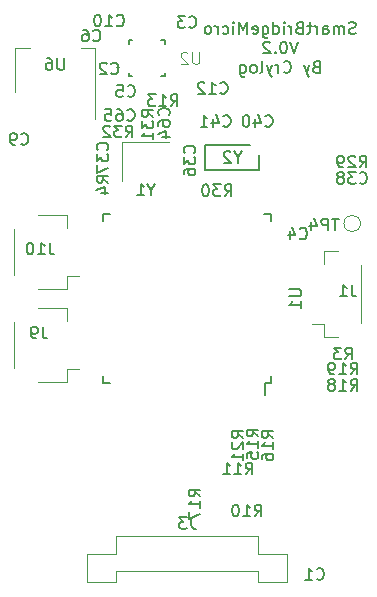
<source format=gbr>
G04 #@! TF.GenerationSoftware,KiCad,Pcbnew,(5.1.4)-1*
G04 #@! TF.CreationDate,2019-11-25T09:31:26+01:00*
G04 #@! TF.ProjectId,V3S_ESP32_Feather,5633535f-4553-4503-9332-5f4665617468,rev?*
G04 #@! TF.SameCoordinates,Original*
G04 #@! TF.FileFunction,Legend,Bot*
G04 #@! TF.FilePolarity,Positive*
%FSLAX46Y46*%
G04 Gerber Fmt 4.6, Leading zero omitted, Abs format (unit mm)*
G04 Created by KiCad (PCBNEW (5.1.4)-1) date 2019-11-25 09:31:26*
%MOMM*%
%LPD*%
G04 APERTURE LIST*
%ADD10C,0.150000*%
%ADD11C,0.120000*%
%ADD12C,0.127000*%
%ADD13C,0.200000*%
%ADD14C,0.050000*%
G04 APERTURE END LIST*
D10*
X52354952Y-21995761D02*
X52212095Y-22043380D01*
X51974000Y-22043380D01*
X51878761Y-21995761D01*
X51831142Y-21948142D01*
X51783523Y-21852904D01*
X51783523Y-21757666D01*
X51831142Y-21662428D01*
X51878761Y-21614809D01*
X51974000Y-21567190D01*
X52164476Y-21519571D01*
X52259714Y-21471952D01*
X52307333Y-21424333D01*
X52354952Y-21329095D01*
X52354952Y-21233857D01*
X52307333Y-21138619D01*
X52259714Y-21091000D01*
X52164476Y-21043380D01*
X51926380Y-21043380D01*
X51783523Y-21091000D01*
X51354952Y-22043380D02*
X51354952Y-21376714D01*
X51354952Y-21471952D02*
X51307333Y-21424333D01*
X51212095Y-21376714D01*
X51069238Y-21376714D01*
X50974000Y-21424333D01*
X50926380Y-21519571D01*
X50926380Y-22043380D01*
X50926380Y-21519571D02*
X50878761Y-21424333D01*
X50783523Y-21376714D01*
X50640666Y-21376714D01*
X50545428Y-21424333D01*
X50497809Y-21519571D01*
X50497809Y-22043380D01*
X49593047Y-22043380D02*
X49593047Y-21519571D01*
X49640666Y-21424333D01*
X49735904Y-21376714D01*
X49926380Y-21376714D01*
X50021619Y-21424333D01*
X49593047Y-21995761D02*
X49688285Y-22043380D01*
X49926380Y-22043380D01*
X50021619Y-21995761D01*
X50069238Y-21900523D01*
X50069238Y-21805285D01*
X50021619Y-21710047D01*
X49926380Y-21662428D01*
X49688285Y-21662428D01*
X49593047Y-21614809D01*
X49116857Y-22043380D02*
X49116857Y-21376714D01*
X49116857Y-21567190D02*
X49069238Y-21471952D01*
X49021619Y-21424333D01*
X48926380Y-21376714D01*
X48831142Y-21376714D01*
X48640666Y-21376714D02*
X48259714Y-21376714D01*
X48497809Y-21043380D02*
X48497809Y-21900523D01*
X48450190Y-21995761D01*
X48354952Y-22043380D01*
X48259714Y-22043380D01*
X47593047Y-21519571D02*
X47450190Y-21567190D01*
X47402571Y-21614809D01*
X47354952Y-21710047D01*
X47354952Y-21852904D01*
X47402571Y-21948142D01*
X47450190Y-21995761D01*
X47545428Y-22043380D01*
X47926380Y-22043380D01*
X47926380Y-21043380D01*
X47593047Y-21043380D01*
X47497809Y-21091000D01*
X47450190Y-21138619D01*
X47402571Y-21233857D01*
X47402571Y-21329095D01*
X47450190Y-21424333D01*
X47497809Y-21471952D01*
X47593047Y-21519571D01*
X47926380Y-21519571D01*
X46926380Y-22043380D02*
X46926380Y-21376714D01*
X46926380Y-21567190D02*
X46878761Y-21471952D01*
X46831142Y-21424333D01*
X46735904Y-21376714D01*
X46640666Y-21376714D01*
X46307333Y-22043380D02*
X46307333Y-21376714D01*
X46307333Y-21043380D02*
X46354952Y-21091000D01*
X46307333Y-21138619D01*
X46259714Y-21091000D01*
X46307333Y-21043380D01*
X46307333Y-21138619D01*
X45402571Y-22043380D02*
X45402571Y-21043380D01*
X45402571Y-21995761D02*
X45497809Y-22043380D01*
X45688285Y-22043380D01*
X45783523Y-21995761D01*
X45831142Y-21948142D01*
X45878761Y-21852904D01*
X45878761Y-21567190D01*
X45831142Y-21471952D01*
X45783523Y-21424333D01*
X45688285Y-21376714D01*
X45497809Y-21376714D01*
X45402571Y-21424333D01*
X44497809Y-21376714D02*
X44497809Y-22186238D01*
X44545428Y-22281476D01*
X44593047Y-22329095D01*
X44688285Y-22376714D01*
X44831142Y-22376714D01*
X44926380Y-22329095D01*
X44497809Y-21995761D02*
X44593047Y-22043380D01*
X44783523Y-22043380D01*
X44878761Y-21995761D01*
X44926380Y-21948142D01*
X44974000Y-21852904D01*
X44974000Y-21567190D01*
X44926380Y-21471952D01*
X44878761Y-21424333D01*
X44783523Y-21376714D01*
X44593047Y-21376714D01*
X44497809Y-21424333D01*
X43640666Y-21995761D02*
X43735904Y-22043380D01*
X43926380Y-22043380D01*
X44021619Y-21995761D01*
X44069238Y-21900523D01*
X44069238Y-21519571D01*
X44021619Y-21424333D01*
X43926380Y-21376714D01*
X43735904Y-21376714D01*
X43640666Y-21424333D01*
X43593047Y-21519571D01*
X43593047Y-21614809D01*
X44069238Y-21710047D01*
X43164476Y-22043380D02*
X43164476Y-21043380D01*
X42831142Y-21757666D01*
X42497809Y-21043380D01*
X42497809Y-22043380D01*
X42021619Y-22043380D02*
X42021619Y-21376714D01*
X42021619Y-21043380D02*
X42069238Y-21091000D01*
X42021619Y-21138619D01*
X41974000Y-21091000D01*
X42021619Y-21043380D01*
X42021619Y-21138619D01*
X41116857Y-21995761D02*
X41212095Y-22043380D01*
X41402571Y-22043380D01*
X41497809Y-21995761D01*
X41545428Y-21948142D01*
X41593047Y-21852904D01*
X41593047Y-21567190D01*
X41545428Y-21471952D01*
X41497809Y-21424333D01*
X41402571Y-21376714D01*
X41212095Y-21376714D01*
X41116857Y-21424333D01*
X40688285Y-22043380D02*
X40688285Y-21376714D01*
X40688285Y-21567190D02*
X40640666Y-21471952D01*
X40593047Y-21424333D01*
X40497809Y-21376714D01*
X40402571Y-21376714D01*
X39926380Y-22043380D02*
X40021619Y-21995761D01*
X40069238Y-21948142D01*
X40116857Y-21852904D01*
X40116857Y-21567190D01*
X40069238Y-21471952D01*
X40021619Y-21424333D01*
X39926380Y-21376714D01*
X39783523Y-21376714D01*
X39688285Y-21424333D01*
X39640666Y-21471952D01*
X39593047Y-21567190D01*
X39593047Y-21852904D01*
X39640666Y-21948142D01*
X39688285Y-21995761D01*
X39783523Y-22043380D01*
X39926380Y-22043380D01*
X47497809Y-22693380D02*
X47164476Y-23693380D01*
X46831142Y-22693380D01*
X46307333Y-22693380D02*
X46212095Y-22693380D01*
X46116857Y-22741000D01*
X46069238Y-22788619D01*
X46021619Y-22883857D01*
X45974000Y-23074333D01*
X45974000Y-23312428D01*
X46021619Y-23502904D01*
X46069238Y-23598142D01*
X46116857Y-23645761D01*
X46212095Y-23693380D01*
X46307333Y-23693380D01*
X46402571Y-23645761D01*
X46450190Y-23598142D01*
X46497809Y-23502904D01*
X46545428Y-23312428D01*
X46545428Y-23074333D01*
X46497809Y-22883857D01*
X46450190Y-22788619D01*
X46402571Y-22741000D01*
X46307333Y-22693380D01*
X45545428Y-23598142D02*
X45497809Y-23645761D01*
X45545428Y-23693380D01*
X45593047Y-23645761D01*
X45545428Y-23598142D01*
X45545428Y-23693380D01*
X45116857Y-22788619D02*
X45069238Y-22741000D01*
X44974000Y-22693380D01*
X44735904Y-22693380D01*
X44640666Y-22741000D01*
X44593047Y-22788619D01*
X44545428Y-22883857D01*
X44545428Y-22979095D01*
X44593047Y-23121952D01*
X45164476Y-23693380D01*
X44545428Y-23693380D01*
X49021619Y-24819571D02*
X48878761Y-24867190D01*
X48831142Y-24914809D01*
X48783523Y-25010047D01*
X48783523Y-25152904D01*
X48831142Y-25248142D01*
X48878761Y-25295761D01*
X48974000Y-25343380D01*
X49354952Y-25343380D01*
X49354952Y-24343380D01*
X49021619Y-24343380D01*
X48926380Y-24391000D01*
X48878761Y-24438619D01*
X48831142Y-24533857D01*
X48831142Y-24629095D01*
X48878761Y-24724333D01*
X48926380Y-24771952D01*
X49021619Y-24819571D01*
X49354952Y-24819571D01*
X48450190Y-24676714D02*
X48212095Y-25343380D01*
X47974000Y-24676714D02*
X48212095Y-25343380D01*
X48307333Y-25581476D01*
X48354952Y-25629095D01*
X48450190Y-25676714D01*
X46259714Y-25248142D02*
X46307333Y-25295761D01*
X46450190Y-25343380D01*
X46545428Y-25343380D01*
X46688285Y-25295761D01*
X46783523Y-25200523D01*
X46831142Y-25105285D01*
X46878761Y-24914809D01*
X46878761Y-24771952D01*
X46831142Y-24581476D01*
X46783523Y-24486238D01*
X46688285Y-24391000D01*
X46545428Y-24343380D01*
X46450190Y-24343380D01*
X46307333Y-24391000D01*
X46259714Y-24438619D01*
X45831142Y-25343380D02*
X45831142Y-24676714D01*
X45831142Y-24867190D02*
X45783523Y-24771952D01*
X45735904Y-24724333D01*
X45640666Y-24676714D01*
X45545428Y-24676714D01*
X45307333Y-24676714D02*
X45069238Y-25343380D01*
X44831142Y-24676714D02*
X45069238Y-25343380D01*
X45164476Y-25581476D01*
X45212095Y-25629095D01*
X45307333Y-25676714D01*
X44307333Y-25343380D02*
X44402571Y-25295761D01*
X44450190Y-25200523D01*
X44450190Y-24343380D01*
X43783523Y-25343380D02*
X43878761Y-25295761D01*
X43926380Y-25248142D01*
X43974000Y-25152904D01*
X43974000Y-24867190D01*
X43926380Y-24771952D01*
X43878761Y-24724333D01*
X43783523Y-24676714D01*
X43640666Y-24676714D01*
X43545428Y-24724333D01*
X43497809Y-24771952D01*
X43450190Y-24867190D01*
X43450190Y-25152904D01*
X43497809Y-25248142D01*
X43545428Y-25295761D01*
X43640666Y-25343380D01*
X43783523Y-25343380D01*
X42593047Y-24676714D02*
X42593047Y-25486238D01*
X42640666Y-25581476D01*
X42688285Y-25629095D01*
X42783523Y-25676714D01*
X42926380Y-25676714D01*
X43021619Y-25629095D01*
X42593047Y-25295761D02*
X42688285Y-25343380D01*
X42878761Y-25343380D01*
X42974000Y-25295761D01*
X43021619Y-25248142D01*
X43069238Y-25152904D01*
X43069238Y-24867190D01*
X43021619Y-24771952D01*
X42974000Y-24724333D01*
X42878761Y-24676714D01*
X42688285Y-24676714D01*
X42593047Y-24724333D01*
D11*
X52810000Y-46509000D02*
X52810000Y-41629000D01*
X49690000Y-40459000D02*
X49690000Y-41509000D01*
X50840000Y-40459000D02*
X49690000Y-40459000D01*
X49690000Y-46629000D02*
X48700000Y-46629000D01*
X49690000Y-47679000D02*
X49690000Y-46629000D01*
X50840000Y-47679000D02*
X49690000Y-47679000D01*
D12*
X33146000Y-25655000D02*
X33146000Y-25335000D01*
X33146000Y-22605000D02*
X33146000Y-22925000D01*
X36196000Y-25655000D02*
X36196000Y-25335000D01*
X36196000Y-22605000D02*
X36196000Y-22925000D01*
X33146000Y-25655000D02*
X33466000Y-25655000D01*
X33146000Y-22605000D02*
X33466000Y-22605000D01*
X36196000Y-25655000D02*
X35876000Y-25655000D01*
X36196000Y-22605000D02*
X35876000Y-22605000D01*
D13*
X32341000Y-24880000D02*
G75*
G03X32341000Y-24880000I-100000J0D01*
G01*
D11*
X23477000Y-42453000D02*
X23477000Y-38573000D01*
X27947000Y-37403000D02*
X27947000Y-38453000D01*
X25447000Y-37403000D02*
X27947000Y-37403000D01*
X27947000Y-42573000D02*
X28937000Y-42573000D01*
X27947000Y-43623000D02*
X27947000Y-42573000D01*
X25447000Y-43623000D02*
X27947000Y-43623000D01*
X23477000Y-50327000D02*
X23477000Y-46447000D01*
X27947000Y-45277000D02*
X27947000Y-46327000D01*
X25447000Y-45277000D02*
X27947000Y-45277000D01*
X27947000Y-50447000D02*
X28937000Y-50447000D01*
X27947000Y-51497000D02*
X27947000Y-50447000D01*
X25447000Y-51497000D02*
X27947000Y-51497000D01*
X44100000Y-64560000D02*
X32100000Y-64560000D01*
X44100000Y-67520000D02*
X32100000Y-67520000D01*
X44100000Y-67520000D02*
X44100000Y-68460000D01*
X32100000Y-67520000D02*
X32100000Y-68460000D01*
X44100000Y-68460000D02*
X46560000Y-68460000D01*
X32100000Y-68460000D02*
X29640000Y-68460000D01*
X46560000Y-68460000D02*
X46560000Y-66100000D01*
X29640000Y-68460000D02*
X29640000Y-66100000D01*
X46560000Y-66100000D02*
X44100000Y-66100000D01*
X29640000Y-66100000D02*
X32100000Y-66100000D01*
X44100000Y-66100000D02*
X44100000Y-64560000D01*
X32100000Y-66100000D02*
X32100000Y-64560000D01*
X30334000Y-29246000D02*
X30334000Y-23236000D01*
X23514000Y-26996000D02*
X23514000Y-23236000D01*
X30334000Y-23236000D02*
X29074000Y-23236000D01*
X23514000Y-23236000D02*
X24774000Y-23236000D01*
X52770000Y-38100000D02*
G75*
G03X52770000Y-38100000I-700000J0D01*
G01*
D10*
X45225000Y-51575000D02*
X44700000Y-51575000D01*
X45225000Y-37325000D02*
X44625000Y-37325000D01*
X30975000Y-37325000D02*
X31575000Y-37325000D01*
X30975000Y-51575000D02*
X31575000Y-51575000D01*
X45225000Y-51575000D02*
X45225000Y-50975000D01*
X30975000Y-51575000D02*
X30975000Y-50975000D01*
X30975000Y-37325000D02*
X30975000Y-37925000D01*
X45225000Y-37325000D02*
X45225000Y-37925000D01*
X44700000Y-51575000D02*
X44700000Y-52650000D01*
D11*
X32594800Y-34466800D02*
X32594800Y-31166800D01*
X32594800Y-31166800D02*
X36594800Y-31166800D01*
D10*
X43410000Y-31462000D02*
X39610000Y-31462000D01*
X39610000Y-31462000D02*
X39610000Y-33562000D01*
X39610000Y-33562000D02*
X44210000Y-33562000D01*
X44210000Y-33562000D02*
X44210000Y-32262000D01*
X39221380Y-61206142D02*
X38745190Y-60872809D01*
X39221380Y-60634714D02*
X38221380Y-60634714D01*
X38221380Y-61015666D01*
X38269000Y-61110904D01*
X38316619Y-61158523D01*
X38411857Y-61206142D01*
X38554714Y-61206142D01*
X38649952Y-61158523D01*
X38697571Y-61110904D01*
X38745190Y-61015666D01*
X38745190Y-60634714D01*
X39221380Y-62158523D02*
X39221380Y-61587095D01*
X39221380Y-61872809D02*
X38221380Y-61872809D01*
X38364238Y-61777571D01*
X38459476Y-61682333D01*
X38507095Y-61587095D01*
X38221380Y-62491857D02*
X38221380Y-63158523D01*
X39221380Y-62729952D01*
X52022333Y-43267380D02*
X52022333Y-43981666D01*
X52069952Y-44124523D01*
X52165190Y-44219761D01*
X52308047Y-44267380D01*
X52403285Y-44267380D01*
X51022333Y-44267380D02*
X51593761Y-44267380D01*
X51308047Y-44267380D02*
X51308047Y-43267380D01*
X51403285Y-43410238D01*
X51498523Y-43505476D01*
X51593761Y-43553095D01*
D14*
X39115904Y-23582380D02*
X39115904Y-24391904D01*
X39068285Y-24487142D01*
X39020666Y-24534761D01*
X38925428Y-24582380D01*
X38734952Y-24582380D01*
X38639714Y-24534761D01*
X38592095Y-24487142D01*
X38544476Y-24391904D01*
X38544476Y-23582380D01*
X38115904Y-23677619D02*
X38068285Y-23630000D01*
X37973047Y-23582380D01*
X37734952Y-23582380D01*
X37639714Y-23630000D01*
X37592095Y-23677619D01*
X37544476Y-23772857D01*
X37544476Y-23868095D01*
X37592095Y-24010952D01*
X38163523Y-24582380D01*
X37544476Y-24582380D01*
D10*
X31662666Y-25376142D02*
X31710285Y-25423761D01*
X31853142Y-25471380D01*
X31948380Y-25471380D01*
X32091238Y-25423761D01*
X32186476Y-25328523D01*
X32234095Y-25233285D01*
X32281714Y-25042809D01*
X32281714Y-24899952D01*
X32234095Y-24709476D01*
X32186476Y-24614238D01*
X32091238Y-24519000D01*
X31948380Y-24471380D01*
X31853142Y-24471380D01*
X31710285Y-24519000D01*
X31662666Y-24566619D01*
X31281714Y-24566619D02*
X31234095Y-24519000D01*
X31138857Y-24471380D01*
X30900761Y-24471380D01*
X30805523Y-24519000D01*
X30757904Y-24566619D01*
X30710285Y-24661857D01*
X30710285Y-24757095D01*
X30757904Y-24899952D01*
X31329333Y-25471380D01*
X30710285Y-25471380D01*
X26463523Y-39711380D02*
X26463523Y-40425666D01*
X26511142Y-40568523D01*
X26606380Y-40663761D01*
X26749238Y-40711380D01*
X26844476Y-40711380D01*
X25463523Y-40711380D02*
X26034952Y-40711380D01*
X25749238Y-40711380D02*
X25749238Y-39711380D01*
X25844476Y-39854238D01*
X25939714Y-39949476D01*
X26034952Y-39997095D01*
X24844476Y-39711380D02*
X24749238Y-39711380D01*
X24654000Y-39759000D01*
X24606380Y-39806619D01*
X24558761Y-39901857D01*
X24511142Y-40092333D01*
X24511142Y-40330428D01*
X24558761Y-40520904D01*
X24606380Y-40616142D01*
X24654000Y-40663761D01*
X24749238Y-40711380D01*
X24844476Y-40711380D01*
X24939714Y-40663761D01*
X24987333Y-40616142D01*
X25034952Y-40520904D01*
X25082571Y-40330428D01*
X25082571Y-40092333D01*
X25034952Y-39901857D01*
X24987333Y-39806619D01*
X24939714Y-39759000D01*
X24844476Y-39711380D01*
X25860333Y-46823380D02*
X25860333Y-47537666D01*
X25907952Y-47680523D01*
X26003190Y-47775761D01*
X26146047Y-47823380D01*
X26241285Y-47823380D01*
X25336523Y-47823380D02*
X25146047Y-47823380D01*
X25050809Y-47775761D01*
X25003190Y-47728142D01*
X24907952Y-47585285D01*
X24860333Y-47394809D01*
X24860333Y-47013857D01*
X24907952Y-46918619D01*
X24955571Y-46871000D01*
X25050809Y-46823380D01*
X25241285Y-46823380D01*
X25336523Y-46871000D01*
X25384142Y-46918619D01*
X25431761Y-47013857D01*
X25431761Y-47251952D01*
X25384142Y-47347190D01*
X25336523Y-47394809D01*
X25241285Y-47442428D01*
X25050809Y-47442428D01*
X24955571Y-47394809D01*
X24907952Y-47347190D01*
X24860333Y-47251952D01*
X38433333Y-62952380D02*
X38433333Y-63666666D01*
X38480952Y-63809523D01*
X38576190Y-63904761D01*
X38719047Y-63952380D01*
X38814285Y-63952380D01*
X38052380Y-62952380D02*
X37433333Y-62952380D01*
X37766666Y-63333333D01*
X37623809Y-63333333D01*
X37528571Y-63380952D01*
X37480952Y-63428571D01*
X37433333Y-63523809D01*
X37433333Y-63761904D01*
X37480952Y-63857142D01*
X37528571Y-63904761D01*
X37623809Y-63952380D01*
X37909523Y-63952380D01*
X38004761Y-63904761D01*
X38052380Y-63857142D01*
X33027857Y-29313142D02*
X33075476Y-29360761D01*
X33218333Y-29408380D01*
X33313571Y-29408380D01*
X33456428Y-29360761D01*
X33551666Y-29265523D01*
X33599285Y-29170285D01*
X33646904Y-28979809D01*
X33646904Y-28836952D01*
X33599285Y-28646476D01*
X33551666Y-28551238D01*
X33456428Y-28456000D01*
X33313571Y-28408380D01*
X33218333Y-28408380D01*
X33075476Y-28456000D01*
X33027857Y-28503619D01*
X32170714Y-28408380D02*
X32361190Y-28408380D01*
X32456428Y-28456000D01*
X32504047Y-28503619D01*
X32599285Y-28646476D01*
X32646904Y-28836952D01*
X32646904Y-29217904D01*
X32599285Y-29313142D01*
X32551666Y-29360761D01*
X32456428Y-29408380D01*
X32265952Y-29408380D01*
X32170714Y-29360761D01*
X32123095Y-29313142D01*
X32075476Y-29217904D01*
X32075476Y-28979809D01*
X32123095Y-28884571D01*
X32170714Y-28836952D01*
X32265952Y-28789333D01*
X32456428Y-28789333D01*
X32551666Y-28836952D01*
X32599285Y-28884571D01*
X32646904Y-28979809D01*
X31170714Y-28408380D02*
X31646904Y-28408380D01*
X31694523Y-28884571D01*
X31646904Y-28836952D01*
X31551666Y-28789333D01*
X31313571Y-28789333D01*
X31218333Y-28836952D01*
X31170714Y-28884571D01*
X31123095Y-28979809D01*
X31123095Y-29217904D01*
X31170714Y-29313142D01*
X31218333Y-29360761D01*
X31313571Y-29408380D01*
X31551666Y-29408380D01*
X31646904Y-29360761D01*
X31694523Y-29313142D01*
X36552142Y-28948142D02*
X36599761Y-28900523D01*
X36647380Y-28757666D01*
X36647380Y-28662428D01*
X36599761Y-28519571D01*
X36504523Y-28424333D01*
X36409285Y-28376714D01*
X36218809Y-28329095D01*
X36075952Y-28329095D01*
X35885476Y-28376714D01*
X35790238Y-28424333D01*
X35695000Y-28519571D01*
X35647380Y-28662428D01*
X35647380Y-28757666D01*
X35695000Y-28900523D01*
X35742619Y-28948142D01*
X35647380Y-29805285D02*
X35647380Y-29614809D01*
X35695000Y-29519571D01*
X35742619Y-29471952D01*
X35885476Y-29376714D01*
X36075952Y-29329095D01*
X36456904Y-29329095D01*
X36552142Y-29376714D01*
X36599761Y-29424333D01*
X36647380Y-29519571D01*
X36647380Y-29710047D01*
X36599761Y-29805285D01*
X36552142Y-29852904D01*
X36456904Y-29900523D01*
X36218809Y-29900523D01*
X36123571Y-29852904D01*
X36075952Y-29805285D01*
X36028333Y-29710047D01*
X36028333Y-29519571D01*
X36075952Y-29424333D01*
X36123571Y-29376714D01*
X36218809Y-29329095D01*
X35980714Y-30757666D02*
X36647380Y-30757666D01*
X35599761Y-30519571D02*
X36314047Y-30281476D01*
X36314047Y-30900523D01*
X24042666Y-31345142D02*
X24090285Y-31392761D01*
X24233142Y-31440380D01*
X24328380Y-31440380D01*
X24471238Y-31392761D01*
X24566476Y-31297523D01*
X24614095Y-31202285D01*
X24661714Y-31011809D01*
X24661714Y-30868952D01*
X24614095Y-30678476D01*
X24566476Y-30583238D01*
X24471238Y-30488000D01*
X24328380Y-30440380D01*
X24233142Y-30440380D01*
X24090285Y-30488000D01*
X24042666Y-30535619D01*
X23566476Y-31440380D02*
X23376000Y-31440380D01*
X23280761Y-31392761D01*
X23233142Y-31345142D01*
X23137904Y-31202285D01*
X23090285Y-31011809D01*
X23090285Y-30630857D01*
X23137904Y-30535619D01*
X23185523Y-30488000D01*
X23280761Y-30440380D01*
X23471238Y-30440380D01*
X23566476Y-30488000D01*
X23614095Y-30535619D01*
X23661714Y-30630857D01*
X23661714Y-30868952D01*
X23614095Y-30964190D01*
X23566476Y-31011809D01*
X23471238Y-31059428D01*
X23280761Y-31059428D01*
X23185523Y-31011809D01*
X23137904Y-30964190D01*
X23090285Y-30868952D01*
X33059666Y-27281142D02*
X33107285Y-27328761D01*
X33250142Y-27376380D01*
X33345380Y-27376380D01*
X33488238Y-27328761D01*
X33583476Y-27233523D01*
X33631095Y-27138285D01*
X33678714Y-26947809D01*
X33678714Y-26804952D01*
X33631095Y-26614476D01*
X33583476Y-26519238D01*
X33488238Y-26424000D01*
X33345380Y-26376380D01*
X33250142Y-26376380D01*
X33107285Y-26424000D01*
X33059666Y-26471619D01*
X32154904Y-26376380D02*
X32631095Y-26376380D01*
X32678714Y-26852571D01*
X32631095Y-26804952D01*
X32535857Y-26757333D01*
X32297761Y-26757333D01*
X32202523Y-26804952D01*
X32154904Y-26852571D01*
X32107285Y-26947809D01*
X32107285Y-27185904D01*
X32154904Y-27281142D01*
X32202523Y-27328761D01*
X32297761Y-27376380D01*
X32535857Y-27376380D01*
X32631095Y-27328761D01*
X32678714Y-27281142D01*
X49061666Y-68175142D02*
X49109285Y-68222761D01*
X49252142Y-68270380D01*
X49347380Y-68270380D01*
X49490238Y-68222761D01*
X49585476Y-68127523D01*
X49633095Y-68032285D01*
X49680714Y-67841809D01*
X49680714Y-67698952D01*
X49633095Y-67508476D01*
X49585476Y-67413238D01*
X49490238Y-67318000D01*
X49347380Y-67270380D01*
X49252142Y-67270380D01*
X49109285Y-67318000D01*
X49061666Y-67365619D01*
X48109285Y-68270380D02*
X48680714Y-68270380D01*
X48395000Y-68270380D02*
X48395000Y-67270380D01*
X48490238Y-67413238D01*
X48585476Y-67508476D01*
X48680714Y-67556095D01*
X27685904Y-24090380D02*
X27685904Y-24899904D01*
X27638285Y-24995142D01*
X27590666Y-25042761D01*
X27495428Y-25090380D01*
X27304952Y-25090380D01*
X27209714Y-25042761D01*
X27162095Y-24995142D01*
X27114476Y-24899904D01*
X27114476Y-24090380D01*
X26209714Y-24090380D02*
X26400190Y-24090380D01*
X26495428Y-24138000D01*
X26543047Y-24185619D01*
X26638285Y-24328476D01*
X26685904Y-24518952D01*
X26685904Y-24899904D01*
X26638285Y-24995142D01*
X26590666Y-25042761D01*
X26495428Y-25090380D01*
X26304952Y-25090380D01*
X26209714Y-25042761D01*
X26162095Y-24995142D01*
X26114476Y-24899904D01*
X26114476Y-24661809D01*
X26162095Y-24566571D01*
X26209714Y-24518952D01*
X26304952Y-24471333D01*
X26495428Y-24471333D01*
X26590666Y-24518952D01*
X26638285Y-24566571D01*
X26685904Y-24661809D01*
X50918904Y-37679380D02*
X50347476Y-37679380D01*
X50633190Y-38679380D02*
X50633190Y-37679380D01*
X50014142Y-38679380D02*
X50014142Y-37679380D01*
X49633190Y-37679380D01*
X49537952Y-37727000D01*
X49490333Y-37774619D01*
X49442714Y-37869857D01*
X49442714Y-38012714D01*
X49490333Y-38107952D01*
X49537952Y-38155571D01*
X49633190Y-38203190D01*
X50014142Y-38203190D01*
X48585571Y-38012714D02*
X48585571Y-38679380D01*
X48823666Y-37631761D02*
X49061761Y-38346047D01*
X48442714Y-38346047D01*
X32138857Y-21312142D02*
X32186476Y-21359761D01*
X32329333Y-21407380D01*
X32424571Y-21407380D01*
X32567428Y-21359761D01*
X32662666Y-21264523D01*
X32710285Y-21169285D01*
X32757904Y-20978809D01*
X32757904Y-20835952D01*
X32710285Y-20645476D01*
X32662666Y-20550238D01*
X32567428Y-20455000D01*
X32424571Y-20407380D01*
X32329333Y-20407380D01*
X32186476Y-20455000D01*
X32138857Y-20502619D01*
X31186476Y-21407380D02*
X31757904Y-21407380D01*
X31472190Y-21407380D02*
X31472190Y-20407380D01*
X31567428Y-20550238D01*
X31662666Y-20645476D01*
X31757904Y-20693095D01*
X30567428Y-20407380D02*
X30472190Y-20407380D01*
X30376952Y-20455000D01*
X30329333Y-20502619D01*
X30281714Y-20597857D01*
X30234095Y-20788333D01*
X30234095Y-21026428D01*
X30281714Y-21216904D01*
X30329333Y-21312142D01*
X30376952Y-21359761D01*
X30472190Y-21407380D01*
X30567428Y-21407380D01*
X30662666Y-21359761D01*
X30710285Y-21312142D01*
X30757904Y-21216904D01*
X30805523Y-21026428D01*
X30805523Y-20788333D01*
X30757904Y-20597857D01*
X30710285Y-20502619D01*
X30662666Y-20455000D01*
X30567428Y-20407380D01*
X30138666Y-22582142D02*
X30186285Y-22629761D01*
X30329142Y-22677380D01*
X30424380Y-22677380D01*
X30567238Y-22629761D01*
X30662476Y-22534523D01*
X30710095Y-22439285D01*
X30757714Y-22248809D01*
X30757714Y-22105952D01*
X30710095Y-21915476D01*
X30662476Y-21820238D01*
X30567238Y-21725000D01*
X30424380Y-21677380D01*
X30329142Y-21677380D01*
X30186285Y-21725000D01*
X30138666Y-21772619D01*
X29281523Y-21677380D02*
X29472000Y-21677380D01*
X29567238Y-21725000D01*
X29614857Y-21772619D01*
X29710095Y-21915476D01*
X29757714Y-22105952D01*
X29757714Y-22486904D01*
X29710095Y-22582142D01*
X29662476Y-22629761D01*
X29567238Y-22677380D01*
X29376761Y-22677380D01*
X29281523Y-22629761D01*
X29233904Y-22582142D01*
X29186285Y-22486904D01*
X29186285Y-22248809D01*
X29233904Y-22153571D01*
X29281523Y-22105952D01*
X29376761Y-22058333D01*
X29567238Y-22058333D01*
X29662476Y-22105952D01*
X29710095Y-22153571D01*
X29757714Y-22248809D01*
X38266666Y-21439142D02*
X38314285Y-21486761D01*
X38457142Y-21534380D01*
X38552380Y-21534380D01*
X38695238Y-21486761D01*
X38790476Y-21391523D01*
X38838095Y-21296285D01*
X38885714Y-21105809D01*
X38885714Y-20962952D01*
X38838095Y-20772476D01*
X38790476Y-20677238D01*
X38695238Y-20582000D01*
X38552380Y-20534380D01*
X38457142Y-20534380D01*
X38314285Y-20582000D01*
X38266666Y-20629619D01*
X37933333Y-20534380D02*
X37314285Y-20534380D01*
X37647619Y-20915333D01*
X37504761Y-20915333D01*
X37409523Y-20962952D01*
X37361904Y-21010571D01*
X37314285Y-21105809D01*
X37314285Y-21343904D01*
X37361904Y-21439142D01*
X37409523Y-21486761D01*
X37504761Y-21534380D01*
X37790476Y-21534380D01*
X37885714Y-21486761D01*
X37933333Y-21439142D01*
X51474666Y-49601380D02*
X51808000Y-49125190D01*
X52046095Y-49601380D02*
X52046095Y-48601380D01*
X51665142Y-48601380D01*
X51569904Y-48649000D01*
X51522285Y-48696619D01*
X51474666Y-48791857D01*
X51474666Y-48934714D01*
X51522285Y-49029952D01*
X51569904Y-49077571D01*
X51665142Y-49125190D01*
X52046095Y-49125190D01*
X51141333Y-48601380D02*
X50522285Y-48601380D01*
X50855619Y-48982333D01*
X50712761Y-48982333D01*
X50617523Y-49029952D01*
X50569904Y-49077571D01*
X50522285Y-49172809D01*
X50522285Y-49410904D01*
X50569904Y-49506142D01*
X50617523Y-49553761D01*
X50712761Y-49601380D01*
X50998476Y-49601380D01*
X51093714Y-49553761D01*
X51141333Y-49506142D01*
X40901857Y-27027142D02*
X40949476Y-27074761D01*
X41092333Y-27122380D01*
X41187571Y-27122380D01*
X41330428Y-27074761D01*
X41425666Y-26979523D01*
X41473285Y-26884285D01*
X41520904Y-26693809D01*
X41520904Y-26550952D01*
X41473285Y-26360476D01*
X41425666Y-26265238D01*
X41330428Y-26170000D01*
X41187571Y-26122380D01*
X41092333Y-26122380D01*
X40949476Y-26170000D01*
X40901857Y-26217619D01*
X39949476Y-27122380D02*
X40520904Y-27122380D01*
X40235190Y-27122380D02*
X40235190Y-26122380D01*
X40330428Y-26265238D01*
X40425666Y-26360476D01*
X40520904Y-26408095D01*
X39568523Y-26217619D02*
X39520904Y-26170000D01*
X39425666Y-26122380D01*
X39187571Y-26122380D01*
X39092333Y-26170000D01*
X39044714Y-26217619D01*
X38997095Y-26312857D01*
X38997095Y-26408095D01*
X39044714Y-26550952D01*
X39616142Y-27122380D01*
X38997095Y-27122380D01*
X36710857Y-28172380D02*
X37044190Y-27696190D01*
X37282285Y-28172380D02*
X37282285Y-27172380D01*
X36901333Y-27172380D01*
X36806095Y-27220000D01*
X36758476Y-27267619D01*
X36710857Y-27362857D01*
X36710857Y-27505714D01*
X36758476Y-27600952D01*
X36806095Y-27648571D01*
X36901333Y-27696190D01*
X37282285Y-27696190D01*
X35758476Y-28172380D02*
X36329904Y-28172380D01*
X36044190Y-28172380D02*
X36044190Y-27172380D01*
X36139428Y-27315238D01*
X36234666Y-27410476D01*
X36329904Y-27458095D01*
X35425142Y-27172380D02*
X34806095Y-27172380D01*
X35139428Y-27553333D01*
X34996571Y-27553333D01*
X34901333Y-27600952D01*
X34853714Y-27648571D01*
X34806095Y-27743809D01*
X34806095Y-27981904D01*
X34853714Y-28077142D01*
X34901333Y-28124761D01*
X34996571Y-28172380D01*
X35282285Y-28172380D01*
X35377523Y-28124761D01*
X35425142Y-28077142D01*
X47628666Y-39346142D02*
X47676285Y-39393761D01*
X47819142Y-39441380D01*
X47914380Y-39441380D01*
X48057238Y-39393761D01*
X48152476Y-39298523D01*
X48200095Y-39203285D01*
X48247714Y-39012809D01*
X48247714Y-38869952D01*
X48200095Y-38679476D01*
X48152476Y-38584238D01*
X48057238Y-38489000D01*
X47914380Y-38441380D01*
X47819142Y-38441380D01*
X47676285Y-38489000D01*
X47628666Y-38536619D01*
X46771523Y-38774714D02*
X46771523Y-39441380D01*
X47009619Y-38393761D02*
X47247714Y-39108047D01*
X46628666Y-39108047D01*
X38711142Y-32123142D02*
X38758761Y-32075523D01*
X38806380Y-31932666D01*
X38806380Y-31837428D01*
X38758761Y-31694571D01*
X38663523Y-31599333D01*
X38568285Y-31551714D01*
X38377809Y-31504095D01*
X38234952Y-31504095D01*
X38044476Y-31551714D01*
X37949238Y-31599333D01*
X37854000Y-31694571D01*
X37806380Y-31837428D01*
X37806380Y-31932666D01*
X37854000Y-32075523D01*
X37901619Y-32123142D01*
X37806380Y-32456476D02*
X37806380Y-33075523D01*
X38187333Y-32742190D01*
X38187333Y-32885047D01*
X38234952Y-32980285D01*
X38282571Y-33027904D01*
X38377809Y-33075523D01*
X38615904Y-33075523D01*
X38711142Y-33027904D01*
X38758761Y-32980285D01*
X38806380Y-32885047D01*
X38806380Y-32599333D01*
X38758761Y-32504095D01*
X38711142Y-32456476D01*
X37806380Y-33932666D02*
X37806380Y-33742190D01*
X37854000Y-33646952D01*
X37901619Y-33599333D01*
X38044476Y-33504095D01*
X38234952Y-33456476D01*
X38615904Y-33456476D01*
X38711142Y-33504095D01*
X38758761Y-33551714D01*
X38806380Y-33646952D01*
X38806380Y-33837428D01*
X38758761Y-33932666D01*
X38711142Y-33980285D01*
X38615904Y-34027904D01*
X38377809Y-34027904D01*
X38282571Y-33980285D01*
X38234952Y-33932666D01*
X38187333Y-33837428D01*
X38187333Y-33646952D01*
X38234952Y-33551714D01*
X38282571Y-33504095D01*
X38377809Y-33456476D01*
X31345142Y-31869142D02*
X31392761Y-31821523D01*
X31440380Y-31678666D01*
X31440380Y-31583428D01*
X31392761Y-31440571D01*
X31297523Y-31345333D01*
X31202285Y-31297714D01*
X31011809Y-31250095D01*
X30868952Y-31250095D01*
X30678476Y-31297714D01*
X30583238Y-31345333D01*
X30488000Y-31440571D01*
X30440380Y-31583428D01*
X30440380Y-31678666D01*
X30488000Y-31821523D01*
X30535619Y-31869142D01*
X30440380Y-32202476D02*
X30440380Y-32821523D01*
X30821333Y-32488190D01*
X30821333Y-32631047D01*
X30868952Y-32726285D01*
X30916571Y-32773904D01*
X31011809Y-32821523D01*
X31249904Y-32821523D01*
X31345142Y-32773904D01*
X31392761Y-32726285D01*
X31440380Y-32631047D01*
X31440380Y-32345333D01*
X31392761Y-32250095D01*
X31345142Y-32202476D01*
X30440380Y-33154857D02*
X30440380Y-33821523D01*
X31440380Y-33392952D01*
X52712857Y-34647142D02*
X52760476Y-34694761D01*
X52903333Y-34742380D01*
X52998571Y-34742380D01*
X53141428Y-34694761D01*
X53236666Y-34599523D01*
X53284285Y-34504285D01*
X53331904Y-34313809D01*
X53331904Y-34170952D01*
X53284285Y-33980476D01*
X53236666Y-33885238D01*
X53141428Y-33790000D01*
X52998571Y-33742380D01*
X52903333Y-33742380D01*
X52760476Y-33790000D01*
X52712857Y-33837619D01*
X52379523Y-33742380D02*
X51760476Y-33742380D01*
X52093809Y-34123333D01*
X51950952Y-34123333D01*
X51855714Y-34170952D01*
X51808095Y-34218571D01*
X51760476Y-34313809D01*
X51760476Y-34551904D01*
X51808095Y-34647142D01*
X51855714Y-34694761D01*
X51950952Y-34742380D01*
X52236666Y-34742380D01*
X52331904Y-34694761D01*
X52379523Y-34647142D01*
X51189047Y-34170952D02*
X51284285Y-34123333D01*
X51331904Y-34075714D01*
X51379523Y-33980476D01*
X51379523Y-33932857D01*
X51331904Y-33837619D01*
X51284285Y-33790000D01*
X51189047Y-33742380D01*
X50998571Y-33742380D01*
X50903333Y-33790000D01*
X50855714Y-33837619D01*
X50808095Y-33932857D01*
X50808095Y-33980476D01*
X50855714Y-34075714D01*
X50903333Y-34123333D01*
X50998571Y-34170952D01*
X51189047Y-34170952D01*
X51284285Y-34218571D01*
X51331904Y-34266190D01*
X51379523Y-34361428D01*
X51379523Y-34551904D01*
X51331904Y-34647142D01*
X51284285Y-34694761D01*
X51189047Y-34742380D01*
X50998571Y-34742380D01*
X50903333Y-34694761D01*
X50855714Y-34647142D01*
X50808095Y-34551904D01*
X50808095Y-34361428D01*
X50855714Y-34266190D01*
X50903333Y-34218571D01*
X50998571Y-34170952D01*
X44711857Y-29821142D02*
X44759476Y-29868761D01*
X44902333Y-29916380D01*
X44997571Y-29916380D01*
X45140428Y-29868761D01*
X45235666Y-29773523D01*
X45283285Y-29678285D01*
X45330904Y-29487809D01*
X45330904Y-29344952D01*
X45283285Y-29154476D01*
X45235666Y-29059238D01*
X45140428Y-28964000D01*
X44997571Y-28916380D01*
X44902333Y-28916380D01*
X44759476Y-28964000D01*
X44711857Y-29011619D01*
X43854714Y-29249714D02*
X43854714Y-29916380D01*
X44092809Y-28868761D02*
X44330904Y-29583047D01*
X43711857Y-29583047D01*
X43140428Y-28916380D02*
X43045190Y-28916380D01*
X42949952Y-28964000D01*
X42902333Y-29011619D01*
X42854714Y-29106857D01*
X42807095Y-29297333D01*
X42807095Y-29535428D01*
X42854714Y-29725904D01*
X42902333Y-29821142D01*
X42949952Y-29868761D01*
X43045190Y-29916380D01*
X43140428Y-29916380D01*
X43235666Y-29868761D01*
X43283285Y-29821142D01*
X43330904Y-29725904D01*
X43378523Y-29535428D01*
X43378523Y-29297333D01*
X43330904Y-29106857D01*
X43283285Y-29011619D01*
X43235666Y-28964000D01*
X43140428Y-28916380D01*
X41155857Y-29821142D02*
X41203476Y-29868761D01*
X41346333Y-29916380D01*
X41441571Y-29916380D01*
X41584428Y-29868761D01*
X41679666Y-29773523D01*
X41727285Y-29678285D01*
X41774904Y-29487809D01*
X41774904Y-29344952D01*
X41727285Y-29154476D01*
X41679666Y-29059238D01*
X41584428Y-28964000D01*
X41441571Y-28916380D01*
X41346333Y-28916380D01*
X41203476Y-28964000D01*
X41155857Y-29011619D01*
X40298714Y-29249714D02*
X40298714Y-29916380D01*
X40536809Y-28868761D02*
X40774904Y-29583047D01*
X40155857Y-29583047D01*
X39251095Y-29916380D02*
X39822523Y-29916380D01*
X39536809Y-29916380D02*
X39536809Y-28916380D01*
X39632047Y-29059238D01*
X39727285Y-29154476D01*
X39822523Y-29202095D01*
X31440380Y-34631333D02*
X30964190Y-34298000D01*
X31440380Y-34059904D02*
X30440380Y-34059904D01*
X30440380Y-34440857D01*
X30488000Y-34536095D01*
X30535619Y-34583714D01*
X30630857Y-34631333D01*
X30773714Y-34631333D01*
X30868952Y-34583714D01*
X30916571Y-34536095D01*
X30964190Y-34440857D01*
X30964190Y-34059904D01*
X30773714Y-35488476D02*
X31440380Y-35488476D01*
X30392761Y-35250380D02*
X31107047Y-35012285D01*
X31107047Y-35631333D01*
X43822857Y-62902380D02*
X44156190Y-62426190D01*
X44394285Y-62902380D02*
X44394285Y-61902380D01*
X44013333Y-61902380D01*
X43918095Y-61950000D01*
X43870476Y-61997619D01*
X43822857Y-62092857D01*
X43822857Y-62235714D01*
X43870476Y-62330952D01*
X43918095Y-62378571D01*
X44013333Y-62426190D01*
X44394285Y-62426190D01*
X42870476Y-62902380D02*
X43441904Y-62902380D01*
X43156190Y-62902380D02*
X43156190Y-61902380D01*
X43251428Y-62045238D01*
X43346666Y-62140476D01*
X43441904Y-62188095D01*
X42251428Y-61902380D02*
X42156190Y-61902380D01*
X42060952Y-61950000D01*
X42013333Y-61997619D01*
X41965714Y-62092857D01*
X41918095Y-62283333D01*
X41918095Y-62521428D01*
X41965714Y-62711904D01*
X42013333Y-62807142D01*
X42060952Y-62854761D01*
X42156190Y-62902380D01*
X42251428Y-62902380D01*
X42346666Y-62854761D01*
X42394285Y-62807142D01*
X42441904Y-62711904D01*
X42489523Y-62521428D01*
X42489523Y-62283333D01*
X42441904Y-62092857D01*
X42394285Y-61997619D01*
X42346666Y-61950000D01*
X42251428Y-61902380D01*
X43060857Y-59346380D02*
X43394190Y-58870190D01*
X43632285Y-59346380D02*
X43632285Y-58346380D01*
X43251333Y-58346380D01*
X43156095Y-58394000D01*
X43108476Y-58441619D01*
X43060857Y-58536857D01*
X43060857Y-58679714D01*
X43108476Y-58774952D01*
X43156095Y-58822571D01*
X43251333Y-58870190D01*
X43632285Y-58870190D01*
X42108476Y-59346380D02*
X42679904Y-59346380D01*
X42394190Y-59346380D02*
X42394190Y-58346380D01*
X42489428Y-58489238D01*
X42584666Y-58584476D01*
X42679904Y-58632095D01*
X41156095Y-59346380D02*
X41727523Y-59346380D01*
X41441809Y-59346380D02*
X41441809Y-58346380D01*
X41537047Y-58489238D01*
X41632285Y-58584476D01*
X41727523Y-58632095D01*
X44140380Y-56126142D02*
X43664190Y-55792809D01*
X44140380Y-55554714D02*
X43140380Y-55554714D01*
X43140380Y-55935666D01*
X43188000Y-56030904D01*
X43235619Y-56078523D01*
X43330857Y-56126142D01*
X43473714Y-56126142D01*
X43568952Y-56078523D01*
X43616571Y-56030904D01*
X43664190Y-55935666D01*
X43664190Y-55554714D01*
X44140380Y-57078523D02*
X44140380Y-56507095D01*
X44140380Y-56792809D02*
X43140380Y-56792809D01*
X43283238Y-56697571D01*
X43378476Y-56602333D01*
X43426095Y-56507095D01*
X43140380Y-57983285D02*
X43140380Y-57507095D01*
X43616571Y-57459476D01*
X43568952Y-57507095D01*
X43521333Y-57602333D01*
X43521333Y-57840428D01*
X43568952Y-57935666D01*
X43616571Y-57983285D01*
X43711809Y-58030904D01*
X43949904Y-58030904D01*
X44045142Y-57983285D01*
X44092761Y-57935666D01*
X44140380Y-57840428D01*
X44140380Y-57602333D01*
X44092761Y-57507095D01*
X44045142Y-57459476D01*
X45410380Y-56253142D02*
X44934190Y-55919809D01*
X45410380Y-55681714D02*
X44410380Y-55681714D01*
X44410380Y-56062666D01*
X44458000Y-56157904D01*
X44505619Y-56205523D01*
X44600857Y-56253142D01*
X44743714Y-56253142D01*
X44838952Y-56205523D01*
X44886571Y-56157904D01*
X44934190Y-56062666D01*
X44934190Y-55681714D01*
X45410380Y-57205523D02*
X45410380Y-56634095D01*
X45410380Y-56919809D02*
X44410380Y-56919809D01*
X44553238Y-56824571D01*
X44648476Y-56729333D01*
X44696095Y-56634095D01*
X44410380Y-58062666D02*
X44410380Y-57872190D01*
X44458000Y-57776952D01*
X44505619Y-57729333D01*
X44648476Y-57634095D01*
X44838952Y-57586476D01*
X45219904Y-57586476D01*
X45315142Y-57634095D01*
X45362761Y-57681714D01*
X45410380Y-57776952D01*
X45410380Y-57967428D01*
X45362761Y-58062666D01*
X45315142Y-58110285D01*
X45219904Y-58157904D01*
X44981809Y-58157904D01*
X44886571Y-58110285D01*
X44838952Y-58062666D01*
X44791333Y-57967428D01*
X44791333Y-57776952D01*
X44838952Y-57681714D01*
X44886571Y-57634095D01*
X44981809Y-57586476D01*
X51950857Y-52268380D02*
X52284190Y-51792190D01*
X52522285Y-52268380D02*
X52522285Y-51268380D01*
X52141333Y-51268380D01*
X52046095Y-51316000D01*
X51998476Y-51363619D01*
X51950857Y-51458857D01*
X51950857Y-51601714D01*
X51998476Y-51696952D01*
X52046095Y-51744571D01*
X52141333Y-51792190D01*
X52522285Y-51792190D01*
X50998476Y-52268380D02*
X51569904Y-52268380D01*
X51284190Y-52268380D02*
X51284190Y-51268380D01*
X51379428Y-51411238D01*
X51474666Y-51506476D01*
X51569904Y-51554095D01*
X50427047Y-51696952D02*
X50522285Y-51649333D01*
X50569904Y-51601714D01*
X50617523Y-51506476D01*
X50617523Y-51458857D01*
X50569904Y-51363619D01*
X50522285Y-51316000D01*
X50427047Y-51268380D01*
X50236571Y-51268380D01*
X50141333Y-51316000D01*
X50093714Y-51363619D01*
X50046095Y-51458857D01*
X50046095Y-51506476D01*
X50093714Y-51601714D01*
X50141333Y-51649333D01*
X50236571Y-51696952D01*
X50427047Y-51696952D01*
X50522285Y-51744571D01*
X50569904Y-51792190D01*
X50617523Y-51887428D01*
X50617523Y-52077904D01*
X50569904Y-52173142D01*
X50522285Y-52220761D01*
X50427047Y-52268380D01*
X50236571Y-52268380D01*
X50141333Y-52220761D01*
X50093714Y-52173142D01*
X50046095Y-52077904D01*
X50046095Y-51887428D01*
X50093714Y-51792190D01*
X50141333Y-51744571D01*
X50236571Y-51696952D01*
X51950857Y-50871380D02*
X52284190Y-50395190D01*
X52522285Y-50871380D02*
X52522285Y-49871380D01*
X52141333Y-49871380D01*
X52046095Y-49919000D01*
X51998476Y-49966619D01*
X51950857Y-50061857D01*
X51950857Y-50204714D01*
X51998476Y-50299952D01*
X52046095Y-50347571D01*
X52141333Y-50395190D01*
X52522285Y-50395190D01*
X50998476Y-50871380D02*
X51569904Y-50871380D01*
X51284190Y-50871380D02*
X51284190Y-49871380D01*
X51379428Y-50014238D01*
X51474666Y-50109476D01*
X51569904Y-50157095D01*
X50522285Y-50871380D02*
X50331809Y-50871380D01*
X50236571Y-50823761D01*
X50188952Y-50776142D01*
X50093714Y-50633285D01*
X50046095Y-50442809D01*
X50046095Y-50061857D01*
X50093714Y-49966619D01*
X50141333Y-49919000D01*
X50236571Y-49871380D01*
X50427047Y-49871380D01*
X50522285Y-49919000D01*
X50569904Y-49966619D01*
X50617523Y-50061857D01*
X50617523Y-50299952D01*
X50569904Y-50395190D01*
X50522285Y-50442809D01*
X50427047Y-50490428D01*
X50236571Y-50490428D01*
X50141333Y-50442809D01*
X50093714Y-50395190D01*
X50046095Y-50299952D01*
X42870380Y-56253142D02*
X42394190Y-55919809D01*
X42870380Y-55681714D02*
X41870380Y-55681714D01*
X41870380Y-56062666D01*
X41918000Y-56157904D01*
X41965619Y-56205523D01*
X42060857Y-56253142D01*
X42203714Y-56253142D01*
X42298952Y-56205523D01*
X42346571Y-56157904D01*
X42394190Y-56062666D01*
X42394190Y-55681714D01*
X41965619Y-56634095D02*
X41918000Y-56681714D01*
X41870380Y-56776952D01*
X41870380Y-57015047D01*
X41918000Y-57110285D01*
X41965619Y-57157904D01*
X42060857Y-57205523D01*
X42156095Y-57205523D01*
X42298952Y-57157904D01*
X42870380Y-56586476D01*
X42870380Y-57205523D01*
X42870380Y-58157904D02*
X42870380Y-57586476D01*
X42870380Y-57872190D02*
X41870380Y-57872190D01*
X42013238Y-57776952D01*
X42108476Y-57681714D01*
X42156095Y-57586476D01*
X52712857Y-33345380D02*
X53046190Y-32869190D01*
X53284285Y-33345380D02*
X53284285Y-32345380D01*
X52903333Y-32345380D01*
X52808095Y-32393000D01*
X52760476Y-32440619D01*
X52712857Y-32535857D01*
X52712857Y-32678714D01*
X52760476Y-32773952D01*
X52808095Y-32821571D01*
X52903333Y-32869190D01*
X53284285Y-32869190D01*
X52331904Y-32440619D02*
X52284285Y-32393000D01*
X52189047Y-32345380D01*
X51950952Y-32345380D01*
X51855714Y-32393000D01*
X51808095Y-32440619D01*
X51760476Y-32535857D01*
X51760476Y-32631095D01*
X51808095Y-32773952D01*
X52379523Y-33345380D01*
X51760476Y-33345380D01*
X51284285Y-33345380D02*
X51093809Y-33345380D01*
X50998571Y-33297761D01*
X50950952Y-33250142D01*
X50855714Y-33107285D01*
X50808095Y-32916809D01*
X50808095Y-32535857D01*
X50855714Y-32440619D01*
X50903333Y-32393000D01*
X50998571Y-32345380D01*
X51189047Y-32345380D01*
X51284285Y-32393000D01*
X51331904Y-32440619D01*
X51379523Y-32535857D01*
X51379523Y-32773952D01*
X51331904Y-32869190D01*
X51284285Y-32916809D01*
X51189047Y-32964428D01*
X50998571Y-32964428D01*
X50903333Y-32916809D01*
X50855714Y-32869190D01*
X50808095Y-32773952D01*
X41282857Y-35792380D02*
X41616190Y-35316190D01*
X41854285Y-35792380D02*
X41854285Y-34792380D01*
X41473333Y-34792380D01*
X41378095Y-34840000D01*
X41330476Y-34887619D01*
X41282857Y-34982857D01*
X41282857Y-35125714D01*
X41330476Y-35220952D01*
X41378095Y-35268571D01*
X41473333Y-35316190D01*
X41854285Y-35316190D01*
X40949523Y-34792380D02*
X40330476Y-34792380D01*
X40663809Y-35173333D01*
X40520952Y-35173333D01*
X40425714Y-35220952D01*
X40378095Y-35268571D01*
X40330476Y-35363809D01*
X40330476Y-35601904D01*
X40378095Y-35697142D01*
X40425714Y-35744761D01*
X40520952Y-35792380D01*
X40806666Y-35792380D01*
X40901904Y-35744761D01*
X40949523Y-35697142D01*
X39711428Y-34792380D02*
X39616190Y-34792380D01*
X39520952Y-34840000D01*
X39473333Y-34887619D01*
X39425714Y-34982857D01*
X39378095Y-35173333D01*
X39378095Y-35411428D01*
X39425714Y-35601904D01*
X39473333Y-35697142D01*
X39520952Y-35744761D01*
X39616190Y-35792380D01*
X39711428Y-35792380D01*
X39806666Y-35744761D01*
X39854285Y-35697142D01*
X39901904Y-35601904D01*
X39949523Y-35411428D01*
X39949523Y-35173333D01*
X39901904Y-34982857D01*
X39854285Y-34887619D01*
X39806666Y-34840000D01*
X39711428Y-34792380D01*
X35250380Y-29075142D02*
X34774190Y-28741809D01*
X35250380Y-28503714D02*
X34250380Y-28503714D01*
X34250380Y-28884666D01*
X34298000Y-28979904D01*
X34345619Y-29027523D01*
X34440857Y-29075142D01*
X34583714Y-29075142D01*
X34678952Y-29027523D01*
X34726571Y-28979904D01*
X34774190Y-28884666D01*
X34774190Y-28503714D01*
X34250380Y-29408476D02*
X34250380Y-30027523D01*
X34631333Y-29694190D01*
X34631333Y-29837047D01*
X34678952Y-29932285D01*
X34726571Y-29979904D01*
X34821809Y-30027523D01*
X35059904Y-30027523D01*
X35155142Y-29979904D01*
X35202761Y-29932285D01*
X35250380Y-29837047D01*
X35250380Y-29551333D01*
X35202761Y-29456095D01*
X35155142Y-29408476D01*
X35250380Y-30979904D02*
X35250380Y-30408476D01*
X35250380Y-30694190D02*
X34250380Y-30694190D01*
X34393238Y-30598952D01*
X34488476Y-30503714D01*
X34536095Y-30408476D01*
X32900857Y-30805380D02*
X33234190Y-30329190D01*
X33472285Y-30805380D02*
X33472285Y-29805380D01*
X33091333Y-29805380D01*
X32996095Y-29853000D01*
X32948476Y-29900619D01*
X32900857Y-29995857D01*
X32900857Y-30138714D01*
X32948476Y-30233952D01*
X32996095Y-30281571D01*
X33091333Y-30329190D01*
X33472285Y-30329190D01*
X32567523Y-29805380D02*
X31948476Y-29805380D01*
X32281809Y-30186333D01*
X32138952Y-30186333D01*
X32043714Y-30233952D01*
X31996095Y-30281571D01*
X31948476Y-30376809D01*
X31948476Y-30614904D01*
X31996095Y-30710142D01*
X32043714Y-30757761D01*
X32138952Y-30805380D01*
X32424666Y-30805380D01*
X32519904Y-30757761D01*
X32567523Y-30710142D01*
X31567523Y-29900619D02*
X31519904Y-29853000D01*
X31424666Y-29805380D01*
X31186571Y-29805380D01*
X31091333Y-29853000D01*
X31043714Y-29900619D01*
X30996095Y-29995857D01*
X30996095Y-30091095D01*
X31043714Y-30233952D01*
X31615142Y-30805380D01*
X30996095Y-30805380D01*
X46752380Y-43688095D02*
X47561904Y-43688095D01*
X47657142Y-43735714D01*
X47704761Y-43783333D01*
X47752380Y-43878571D01*
X47752380Y-44069047D01*
X47704761Y-44164285D01*
X47657142Y-44211904D01*
X47561904Y-44259523D01*
X46752380Y-44259523D01*
X47752380Y-45259523D02*
X47752380Y-44688095D01*
X47752380Y-44973809D02*
X46752380Y-44973809D01*
X46895238Y-44878571D01*
X46990476Y-44783333D01*
X47038095Y-44688095D01*
X35070990Y-35242990D02*
X35070990Y-35719180D01*
X35404323Y-34719180D02*
X35070990Y-35242990D01*
X34737657Y-34719180D01*
X33880514Y-35719180D02*
X34451942Y-35719180D01*
X34166228Y-35719180D02*
X34166228Y-34719180D01*
X34261466Y-34862038D01*
X34356704Y-34957276D01*
X34451942Y-35004895D01*
X42386190Y-32488190D02*
X42386190Y-32964380D01*
X42719523Y-31964380D02*
X42386190Y-32488190D01*
X42052857Y-31964380D01*
X41767142Y-32059619D02*
X41719523Y-32012000D01*
X41624285Y-31964380D01*
X41386190Y-31964380D01*
X41290952Y-32012000D01*
X41243333Y-32059619D01*
X41195714Y-32154857D01*
X41195714Y-32250095D01*
X41243333Y-32392952D01*
X41814761Y-32964380D01*
X41195714Y-32964380D01*
M02*

</source>
